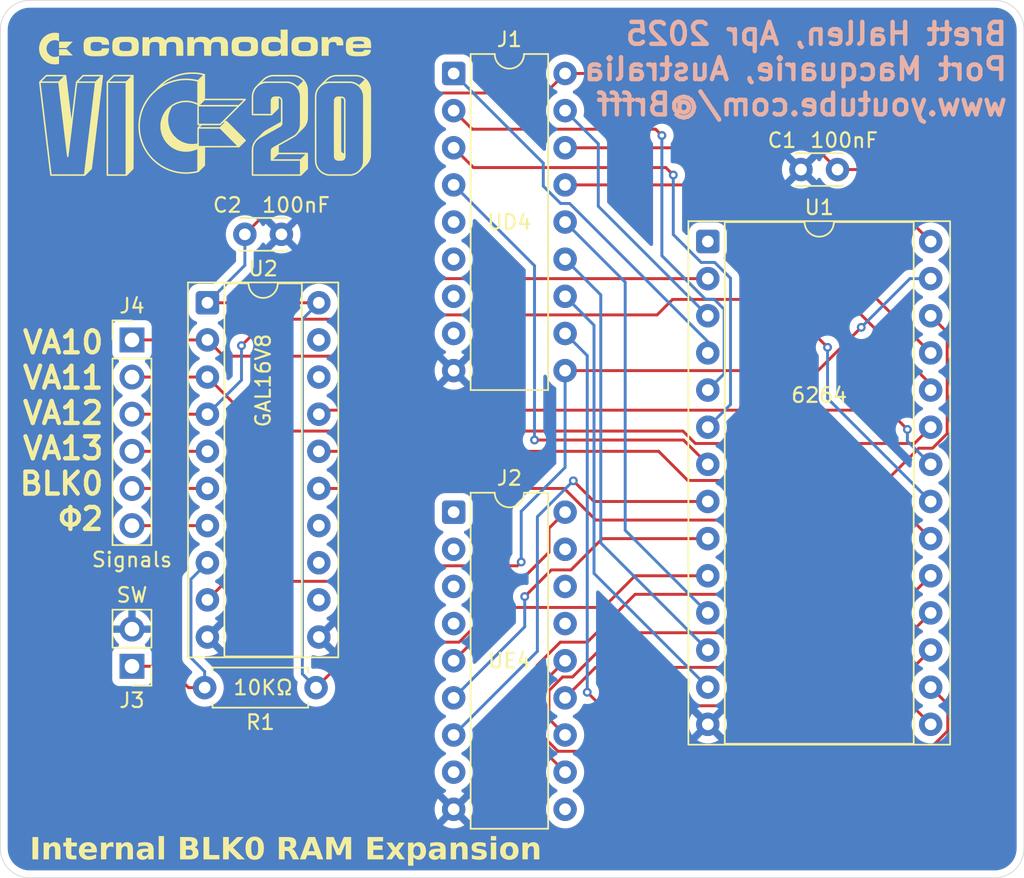
<source format=kicad_pcb>
(kicad_pcb (version 20241229) (generator "pcbnew") (generator_version "9.0")
  (layers (0 "F.Cu" signal) (2 "B.Cu" signal) (13 "F.Paste" user) (15 "B.Paste" user) (5 "F.SilkS" user "F.Silkscreen") (7 "B.SilkS" user "B.Silkscreen") (1 "F.Mask" user) (3 "B.Mask" user) (25 "Edge.Cuts" user))
  (net 0 "")
  (net 1 "+5V")
  (net 2 "GND")
  (net 3 "VA4")
  (net 4 "VA3")
  (net 5 "VA5")
  (net 6 "VA2")
  (net 7 "VA0")
  (net 8 "VA8")
  (net 9 "BD1")
  (net 10 "BD2")
  (net 11 "BD3")
  (net 12 "VA6")
  (net 14 "BD0")
  (net 15 "VA7")
  (net 16 "VR{slash}W")
  (net 17 "VA1")
  (net 18 "VA9")
  (net 19 "BD7")
  (net 20 "BD6")
  (net 25 "BD5")
  (net 28 "BD4")
  (net 32 "S")
  (net 33 "BLK0{slash}G2A")
  (net 34 "VA12")
  (net 35 "VA10")
  (net 36 "VA13{slash}G1")
  (net 37 "Φ2")
  (net 38 "VA11")
  (net 39 "~{CS1}")
  (net 40 "~{ΟΕ}")
  (net 41 "CS2")
  (footprint "Connector_PinHeader_2.54mm:PinHeader_1x06_P2.54mm_Vertical" (layer "F.Cu") (at 154.48 83.74)
    (property "Reference" "J4" (at 0 -2.33 0) (layer "F.SilkS"))
    (property "Value" "Signals" (at 0 15.03 0) (layer "F.SilkS"))
    (pad "1" thru_hole rect (at 0 0) (size 1.7 1.7) (drill 1) (layers "*.Cu" "*.Mask") (net 35 "VA10"))
    (pad "2" thru_hole oval (at 0 2.54) (size 1.7 1.7) (drill 1) (layers "*.Cu" "*.Mask") (net 38 "VA11"))
    (pad "3" thru_hole oval (at 0 5.08) (size 1.7 1.7) (drill 1) (layers "*.Cu" "*.Mask") (net 34 "VA12"))
    (pad "4" thru_hole oval (at 0 7.62) (size 1.7 1.7) (drill 1) (layers "*.Cu" "*.Mask") (net 36 "VA13{slash}G1"))
    (pad "5" thru_hole oval (at 0 10.16) (size 1.7 1.7) (drill 1) (layers "*.Cu" "*.Mask") (net 33 "BLK0{slash}G2A"))
    (pad "6" thru_hole oval (at 0 12.7) (size 1.7 1.7) (drill 1) (layers "*.Cu" "*.Mask") (net 37 "Φ2"))
  )
  (footprint "Connector_PinHeader_2.54mm:PinHeader_1x02_P2.54mm_Vertical" (layer "F.Cu") (at 154.48 106.06 180)
    (property "Reference" "J3" (at 0 -2.33 0) (layer "F.SilkS"))
    (property "Value" "SW" (at 0 4.87 0) (layer "F.SilkS"))
    (pad "1" thru_hole rect (at 0 0 180) (size 1.7 1.7) (drill 1) (layers "*.Cu" "*.Mask") (net 32 "S"))
    (pad "2" thru_hole oval (at 0 2.54 180) (size 1.7 1.7) (drill 1) (layers "*.Cu" "*.Mask") (net 2 "GND"))
  )
  (footprint "Package_DIP:DIP-18_W7.62mm" (layer "F.Cu") (at 176.48 95.52)
    (property "Reference" "J2" (at 3.81 -2.33 0) (layer "F.SilkS"))
    (property "Value" "UE4" (at 3.805 10.16 0) (layer "F.SilkS"))
    (pad "1" thru_hole roundrect (at 0 0) (size 1.6 1.6) (drill 0.8) (layers "*.Cu" "*.Mask") (roundrect_rratio 0.15625))
    (pad "2" thru_hole circle (at 0 2.54) (size 1.6 1.6) (drill 0.8) (layers "*.Cu" "*.Mask"))
    (pad "3" thru_hole circle (at 0 5.08) (size 1.6 1.6) (drill 0.8) (layers "*.Cu" "*.Mask"))
    (pad "4" thru_hole circle (at 0 7.62) (size 1.6 1.6) (drill 0.8) (layers "*.Cu" "*.Mask"))
    (pad "5" thru_hole circle (at 0 10.16) (size 1.6 1.6) (drill 0.8) (layers "*.Cu" "*.Mask") (net 7 "VA0"))
    (pad "6" thru_hole circle (at 0 12.7) (size 1.6 1.6) (drill 0.8) (layers "*.Cu" "*.Mask") (net 17 "VA1"))
    (pad "7" thru_hole circle (at 0 15.24) (size 1.6 1.6) (drill 0.8) (layers "*.Cu" "*.Mask") (net 6 "VA2"))
    (pad "8" thru_hole circle (at 0 17.78) (size 1.6 1.6) (drill 0.8) (layers "*.Cu" "*.Mask"))
    (pad "9" thru_hole circle (at 0 20.32) (size 1.6 1.6) (drill 0.8) (layers "*.Cu" "*.Mask") (net 2 "GND"))
    (pad "10" thru_hole circle (at 7.62 20.32) (size 1.6 1.6) (drill 0.8) (layers "*.Cu" "*.Mask"))
    (pad "11" thru_hole circle (at 7.62 17.78) (size 1.6 1.6) (drill 0.8) (layers "*.Cu" "*.Mask") (net 19 "BD7"))
    (pad "12" thru_hole circle (at 7.62 15.24) (size 1.6 1.6) (drill 0.8) (layers "*.Cu" "*.Mask") (net 20 "BD6"))
    (pad "13" thru_hole circle (at 7.62 12.7) (size 1.6 1.6) (drill 0.8) (layers "*.Cu" "*.Mask") (net 25 "BD5"))
    (pad "14" thru_hole circle (at 7.62 10.16) (size 1.6 1.6) (drill 0.8) (layers "*.Cu" "*.Mask") (net 28 "BD4"))
    (pad "15" thru_hole circle (at 7.62 7.62) (size 1.6 1.6) (drill 0.8) (layers "*.Cu" "*.Mask"))
    (pad "16" thru_hole circle (at 7.62 5.08) (size 1.6 1.6) (drill 0.8) (layers "*.Cu" "*.Mask"))
    (pad "17" thru_hole circle (at 7.62 2.54) (size 1.6 1.6) (drill 0.8) (layers "*.Cu" "*.Mask"))
    (pad "18" thru_hole circle (at 7.62 0) (size 1.6 1.6) (drill 0.8) (layers "*.Cu" "*.Mask") (net 1 "+5V"))
  )
  (footprint "Package_DIP:DIP-18_W7.62mm" (layer "F.Cu") (at 176.48 65.52)
    (property "Reference" "J1" (at 3.81 -2.33 0) (layer "F.SilkS"))
    (property "Value" "UD4" (at 3.805 10.16 0) (layer "F.SilkS"))
    (pad "1" thru_hole roundrect (at 0 0) (size 1.6 1.6) (drill 0.8) (layers "*.Cu" "*.Mask") (roundrect_rratio 0.15625) (net 12 "VA6"))
    (pad "2" thru_hole circle (at 0 2.54) (size 1.6 1.6) (drill 0.8) (layers "*.Cu" "*.Mask") (net 5 "VA5"))
    (pad "3" thru_hole circle (at 0 5.08) (size 1.6 1.6) (drill 0.8) (layers "*.Cu" "*.Mask") (net 3 "VA4"))
    (pad "4" thru_hole circle (at 0 7.62) (size 1.6 1.6) (drill 0.8) (layers "*.Cu" "*.Mask") (net 4 "VA3"))
    (pad "5" thru_hole circle (at 0 10.16) (size 1.6 1.6) (drill 0.8) (layers "*.Cu" "*.Mask"))
    (pad "6" thru_hole circle (at 0 12.7) (size 1.6 1.6) (drill 0.8) (layers "*.Cu" "*.Mask"))
    (pad "7" thru_hole circle (at 0 15.24) (size 1.6 1.6) (drill 0.8) (layers "*.Cu" "*.Mask"))
    (pad "8" thru_hole circle (at 0 17.78) (size 1.6 1.6) (drill 0.8) (layers "*.Cu" "*.Mask"))
    (pad "9" thru_hole circle (at 0 20.32) (size 1.6 1.6) (drill 0.8) (layers "*.Cu" "*.Mask") (net 2 "GND"))
    (pad "10" thru_hole circle (at 7.62 20.32) (size 1.6 1.6) (drill 0.8) (layers "*.Cu" "*.Mask") (net 16 "VR{slash}W"))
    (pad "11" thru_hole circle (at 7.62 17.78) (size 1.6 1.6) (drill 0.8) (layers "*.Cu" "*.Mask") (net 11 "BD3"))
    (pad "12" thru_hole circle (at 7.62 15.24) (size 1.6 1.6) (drill 0.8) (layers "*.Cu" "*.Mask") (net 10 "BD2"))
    (pad "13" thru_hole circle (at 7.62 12.7) (size 1.6 1.6) (drill 0.8) (layers "*.Cu" "*.Mask") (net 9 "BD1"))
    (pad "14" thru_hole circle (at 7.62 10.16) (size 1.6 1.6) (drill 0.8) (layers "*.Cu" "*.Mask") (net 14 "BD0"))
    (pad "15" thru_hole circle (at 7.62 7.62) (size 1.6 1.6) (drill 0.8) (layers "*.Cu" "*.Mask") (net 18 "VA9"))
    (pad "16" thru_hole circle (at 7.62 5.08) (size 1.6 1.6) (drill 0.8) (layers "*.Cu" "*.Mask") (net 8 "VA8"))
    (pad "17" thru_hole circle (at 7.62 2.54) (size 1.6 1.6) (drill 0.8) (layers "*.Cu" "*.Mask") (net 15 "VA7"))
    (pad "18" thru_hole circle (at 7.62 0) (size 1.6 1.6) (drill 0.8) (layers "*.Cu" "*.Mask") (net 1 "+5V"))
  )
  (footprint "Package_DIP:DIP-20_W7.62mm_Socket" (layer "F.Cu") (at 159.64 81.2)
    (property "Reference" "U2" (at 3.81 -2.33 0) (layer "F.SilkS"))
    (property "Value" "GAL16V8" (at 3.81 5.32 90) (layer "F.SilkS"))
    (pad "1" thru_hole roundrect (at 0 0) (size 1.6 1.6) (drill 0.8) (layers "*.Cu" "*.Mask") (roundrect_rratio 0.15625) (net 1 "+5V"))
    (pad "2" thru_hole circle (at 0 2.54) (size 1.6 1.6) (drill 0.8) (layers "*.Cu" "*.Mask") (net 35 "VA10"))
    (pad "3" thru_hole circle (at 0 5.08) (size 1.6 1.6) (drill 0.8) (layers "*.Cu" "*.Mask") (net 38 "VA11"))
    (pad "4" thru_hole circle (at 0 7.62) (size 1.6 1.6) (drill 0.8) (layers "*.Cu" "*.Mask") (net 34 "VA12"))
    (pad "5" thru_hole circle (at 0 10.16) (size 1.6 1.6) (drill 0.8) (layers "*.Cu" "*.Mask") (net 36 "VA13{slash}G1"))
    (pad "6" thru_hole circle (at 0 12.7) (size 1.6 1.6) (drill 0.8) (layers "*.Cu" "*.Mask") (net 33 "BLK0{slash}G2A"))
    (pad "7" thru_hole circle (at 0 15.24) (size 1.6 1.6) (drill 0.8) (layers "*.Cu" "*.Mask") (net 37 "Φ2"))
    (pad "8" thru_hole circle (at 0 17.78) (size 1.6 1.6) (drill 0.8) (layers "*.Cu" "*.Mask") (net 32 "S"))
    (pad "9" thru_hole circle (at 0 20.32) (size 1.6 1.6) (drill 0.8) (layers "*.Cu" "*.Mask") (net 16 "VR{slash}W"))
    (pad "10" thru_hole circle (at 0 22.86) (size 1.6 1.6) (drill 0.8) (layers "*.Cu" "*.Mask") (net 2 "GND"))
    (pad "11" thru_hole circle (at 7.62 22.86) (size 1.6 1.6) (drill 0.8) (layers "*.Cu" "*.Mask") (net 2 "GND"))
    (pad "12" thru_hole circle (at 7.62 20.32) (size 1.6 1.6) (drill 0.8) (layers "*.Cu" "*.Mask"))
    (pad "13" thru_hole circle (at 7.62 17.78) (size 1.6 1.6) (drill 0.8) (layers "*.Cu" "*.Mask"))
    (pad "14" thru_hole circle (at 7.62 15.24) (size 1.6 1.6) (drill 0.8) (layers "*.Cu" "*.Mask"))
    (pad "15" thru_hole circle (at 7.62 12.7) (size 1.6 1.6) (drill 0.8) (layers "*.Cu" "*.Mask") (net 39 "~{CS1}"))
    (pad "16" thru_hole circle (at 7.62 10.16) (size 1.6 1.6) (drill 0.8) (layers "*.Cu" "*.Mask") (net 41 "CS2"))
    (pad "17" thru_hole circle (at 7.62 7.62) (size 1.6 1.6) (drill 0.8) (layers "*.Cu" "*.Mask") (net 40 "~{ΟΕ}"))
    (pad "18" thru_hole circle (at 7.62 5.08) (size 1.6 1.6) (drill 0.8) (layers "*.Cu" "*.Mask"))
    (pad "19" thru_hole circle (at 7.62 2.54) (size 1.6 1.6) (drill 0.8) (layers "*.Cu" "*.Mask"))
    (pad "20" thru_hole circle (at 7.62 0) (size 1.6 1.6) (drill 0.8) (layers "*.Cu" "*.Mask") (net 1 "+5V"))
  )
  (footprint "Capacitor_THT:C_Disc_D3.0mm_W2.0mm_P2.50mm" (layer "F.Cu") (at 202.73 72.09 180)
    (property "Reference" "C1" (at 3.795652 2 0) (layer "F.SilkS"))
    (property "Value" "100nF" (at -0.454348 2 0) (layer "F.SilkS"))
    (pad "1" thru_hole circle (at 0 0 180) (size 1.6 1.6) (drill 0.8) (layers "*.Cu" "*.Mask") (net 1 "+5V"))
    (pad "2" thru_hole circle (at 2.5 0 180) (size 1.6 1.6) (drill 0.8) (layers "*.Cu" "*.Mask") (net 2 "GND"))
  )
  (footprint "Resistor_THT:R_Axial_DIN0207_L6.3mm_D2.5mm_P7.62mm_Horizontal" (layer "F.Cu") (at 167.07 107.52 180)
    (property "Reference" "R1" (at 3.81 -2.37 0) (layer "F.SilkS"))
    (property "Value" "10KΩ" (at 3.62 0 0) (layer "F.SilkS"))
    (pad "1" thru_hole circle (at 0 0 180) (size 1.6 1.6) (drill 0.8) (layers "*.Cu" "*.Mask") (net 1 "+5V"))
    (pad "2" thru_hole oval (at 7.62 0 180) (size 1.6 1.6) (drill 0.8) (layers "*.Cu" "*.Mask") (net 32 "S"))
  )
  (footprint "LOGO" (layer "F.Cu") (at 159.48 67.52)
    (property "Reference" "G***" (hide yes))
    (property "Value" "LOGO" (hide yes))
  )
  (footprint "Package_DIP:DIP-28_W15.24mm_Socket" (layer "F.Cu") (at 193.86 77.01)
    (property "Reference" "U1" (at 7.62 -2.33 0) (layer "F.SilkS"))
    (property "Value" "6264" (at 7.62 10.51 0) (layer "F.SilkS"))
    (pad "1" thru_hole roundrect (at 0 0) (size 1.6 1.6) (drill 0.8) (layers "*.Cu" "*.Mask") (roundrect_rratio 0.15625))
    (pad "2" thru_hole circle (at 0 2.54) (size 1.6 1.6) (drill 0.8) (layers "*.Cu" "*.Mask") (net 34 "VA12"))
    (pad "3" thru_hole circle (at 0 5.08) (size 1.6 1.6) (drill 0.8) (layers "*.Cu" "*.Mask") (net 15 "VA7"))
    (pad "4" thru_hole circle (at 0 7.62) (size 1.6 1.6) (drill 0.8) (layers "*.Cu" "*.Mask") (net 12 "VA6"))
    (pad "5" thru_hole circle (at 0 10.16) (size 1.6 1.6) (drill 0.8) (layers "*.Cu" "*.Mask") (net 5 "VA5"))
    (pad "6" thru_hole circle (at 0 12.7) (size 1.6 1.6) (drill 0.8) (layers "*.Cu" "*.Mask") (net 3 "VA4"))
    (pad "7" thru_hole circle (at 0 15.24) (size 1.6 1.6) (drill 0.8) (layers "*.Cu" "*.Mask") (net 4 "VA3"))
    (pad "8" thru_hole circle (at 0 17.78) (size 1.6 1.6) (drill 0.8) (layers "*.Cu" "*.Mask") (net 6 "VA2"))
    (pad "9" thru_hole circle (at 0 20.32) (size 1.6 1.6) (drill 0.8) (layers "*.Cu" "*.Mask") (net 17 "VA1"))
    (pad "10" thru_hole circle (at 0 22.86) (size 1.6 1.6) (drill 0.8) (layers "*.Cu" "*.Mask") (net 7 "VA0"))
    (pad "11" thru_hole circle (at 0 25.4) (size 1.6 1.6) (drill 0.8) (layers "*.Cu" "*.Mask") (net 14 "BD0"))
    (pad "12" thru_hole circle (at 0 27.94) (size 1.6 1.6) (drill 0.8) (layers "*.Cu" "*.Mask") (net 9 "BD1"))
    (pad "13" thru_hole circle (at 0 30.48) (size 1.6 1.6) (drill 0.8) (layers "*.Cu" "*.Mask") (net 10 "BD2"))
    (pad "14" thru_hole circle (at 0 33.02) (size 1.6 1.6) (drill 0.8) (layers "*.Cu" "*.Mask") (net 2 "GND"))
    (pad "15" thru_hole circle (at 15.24 33.02) (size 1.6 1.6) (drill 0.8) (layers "*.Cu" "*.Mask") (net 11 "BD3"))
    (pad "16" thru_hole circle (at 15.24 30.48) (size 1.6 1.6) (drill 0.8) (layers "*.Cu" "*.Mask") (net 28 "BD4"))
    (pad "17" thru_hole circle (at 15.24 27.94) (size 1.6 1.6) (drill 0.8) (layers "*.Cu" "*.Mask") (net 25 "BD5"))
    (pad "18" thru_hole circle (at 15.24 25.4) (size 1.6 1.6) (drill 0.8) (layers "*.Cu" "*.Mask") (net 20 "BD6"))
    (pad "19" thru_hole circle (at 15.24 22.86) (size 1.6 1.6) (drill 0.8) (layers "*.Cu" "*.Mask") (net 19 "BD7"))
    (pad "20" thru_hole circle (at 15.24 20.32) (size 1.6 1.6) (drill 0.8) (layers "*.Cu" "*.Mask") (net 39 "~{CS1}"))
    (pad "21" thru_hole circle (at 15.24 17.78) (size 1.6 1.6) (drill 0.8) (layers "*.Cu" "*.Mask") (net 35 "VA10"))
    (pad "22" thru_hole circle (at 15.24 15.24) (size 1.6 1.6) (drill 0.8) (layers "*.Cu" "*.Mask") (net 40 "~{ΟΕ}"))
    (pad "23" thru_hole circle (at 15.24 12.7) (size 1.6 1.6) (drill 0.8) (layers "*.Cu" "*.Mask") (net 38 "VA11"))
    (pad "24" thru_hole circle (at 15.24 10.16) (size 1.6 1.6) (drill 0.8) (layers "*.Cu" "*.Mask") (net 18 "VA9"))
    (pad "25" thru_hole circle (at 15.24 7.62) (size 1.6 1.6) (drill 0.8) (layers "*.Cu" "*.Mask") (net 8 "VA8"))
    (pad "26" thru_hole circle (at 15.24 5.08) (size 1.6 1.6) (drill 0.8) (layers "*.Cu" "*.Mask") (net 41 "CS2"))
    (pad "27" thru_hole circle (at 15.24 2.54) (size 1.6 1.6) (drill 0.8) (layers "*.Cu" "*.Mask") (net 16 "VR{slash}W"))
    (pad "28" thru_hole circle (at 15.24 0) (size 1.6 1.6) (drill 0.8) (layers "*.Cu" "*.Mask") (net 1 "+5V"))
  )
  (footprint "Capacitor_THT:C_Disc_D3.0mm_W2.0mm_P2.50mm" (layer "F.Cu") (at 162.2 76.52)
    (property "Reference" "C2" (at -1.2 -2 0) (layer "F.SilkS"))
    (property "Value" "100nF" (at 3.5 -2 0) (layer "F.SilkS"))
    (pad "1" thru_hole circle (at 0 0) (size 1.6 1.6) (drill 0.8) (layers "*.Cu" "*.Mask") (net 1 "+5V"))
    (pad "2" thru_hole circle (at 2.5 0) (size 1.6 1.6) (drill 0.8) (layers "*.Cu" "*.Mask") (net 2 "GND"))
  )
  (gr_arc (start 215.48 118.52) (mid 214.894214 119.934214) (end 213.48 120.52) (stroke (width 0.05)) (layer "Edge.Cuts"))
  (gr_line (start 147.48 60.52) (end 213.48 60.52) (stroke (width 0.05)) (layer "Edge.Cuts"))
  (gr_arc (start 213.48 60.52) (mid 214.894214 61.105786) (end 215.48 62.52) (stroke (width 0.05)) (layer "Edge.Cuts"))
  (gr_line (start 145.48 118.52) (end 145.48 62.52) (stroke (width 0.05)) (layer "Edge.Cuts"))
  (gr_arc (start 147.48 120.52) (mid 146.065786 119.934214) (end 145.48 118.52) (stroke (width 0.05)) (layer "Edge.Cuts"))
  (gr_arc (start 145.48 62.52) (mid 146.065786 61.105786) (end 147.48 60.52) (stroke (width 0.05)) (layer "Edge.Cuts"))
  (gr_line (start 213.48 120.52) (end 147.48 120.52) (stroke (width 0.05)) (layer "Edge.Cuts"))
  (gr_line (start 215.48 62.52) (end 215.48 118.52) (stroke (width 0.05)) (layer "Edge.Cuts"))
  (gr_text "Internal BLK0 RAM Expansion" (at 147.48 119.52 0) (layer "F.SilkS") (effects (font (size 1.5 1.5) (thickness 0.3) (bold yes)) (justify left bottom)))
  (gr_text "VA10\nVA11\nVA12\nVA13\nBLK0\nΦ2" (at 152.68 96.862974 0) (layer "F.SilkS") (effects (font (size 1.5 1.5) (thickness 0.3) (bold yes)) (justify right bottom)))
  (gr_text "Brett Hallen, Apr 2025\nPort Macquarie, Australia\nwww.youtube.com/@Brfff" (at 214.48 68.52 0) (layer "B.SilkS") (effects (font (size 1.5 1.5) (thickness 0.3) (bold yes)) (justify left bottom mirror)))
  (segment (start 202.73 72.09) (end 204.18 72.09) (width 0.2) (layer "F.Cu") (net 1))
  (segment (start 182.9983 98.2645) (end 176.8528 104.41) (width 0.2) (layer "F.Cu") (net 1))
  (segment (start 171.866 66.854) (end 162.2 76.52) (width 0.2) (layer "F.Cu") (net 1))
  (segment (start 167.26 81.2) (end 159.64 81.2) (width 0.2) (layer "F.Cu") (net 1))
  (segment (start 184.1 65.52) (end 196.16 65.52) (width 0.2) (layer "F.Cu") (net 1))
  (segment (start 176.8528 104.41) (end 170.18 104.41) (width 0.2) (layer "F.Cu") (net 1))
  (segment (start 182.766 66.854) (end 171.866 66.854) (width 0.2) (layer "F.Cu") (net 1))
  (segment (start 204.18 72.09) (end 209.1 77.01) (width 0.2) (layer "F.Cu") (net 1))
  (segment (start 184.1 95.52) (end 182.9983 96.6217) (width 0.2) (layer "F.Cu") (net 1))
  (segment (start 170.18 104.41) (end 167.07 107.52) (width 0.2) (layer "F.Cu") (net 1))
  (segment (start 196.16 65.52) (end 202.73 72.09) (width 0.2) (layer "F.Cu") (net 1))
  (segment (start 184.1 65.52) (end 182.766 66.854) (width 0.2) (layer "F.Cu") (net 1))
  (segment (start 182.9983 96.6217) (end 182.9983 98.2645) (width 0.2) (layer "F.Cu") (net 1))
  (segment (start 162.2 78.64) (end 159.64 81.2) (width 0.2) (layer "B.Cu") (net 1))
  (segment (start 162.2 76.52) (end 162.2 78.64) (width 0.2) (layer "B.Cu") (net 1))
  (segment (start 167.07 107.52) (end 166.1326 106.5826) (width 0.2) (layer "B.Cu") (net 1))
  (segment (start 166.1326 82.3274) (end 167.26 81.2) (width 0.2) (layer "B.Cu") (net 1))
  (segment (start 166.1326 106.5826) (end 166.1326 82.3274) (width 0.2) (layer "B.Cu") (net 1))
  (segment (start 191.4988 72.463) (end 190.9908 71.955) (width 0.2) (layer "F.Cu") (net 3))
  (segment (start 190.9908 71.955) (end 177.835 71.955) (width 0.2) (layer "F.Cu") (net 3))
  (segment (start 177.835 71.955) (end 176.48 70.6) (width 0.2) (layer "F.Cu") (net 3))
  (via (at 191.4988 72.463) (size 0.6) (drill 0.3) (layers "F.Cu" "B.Cu") (net 3))
  (segment (start 193.4035 78.4417) (end 191.4988 76.537) (width 0.2) (layer "B.Cu") (net 3))
  (segment (start 193.86 89.71) (end 195.4125 88.1575) (width 0.2) (layer "B.Cu") (net 3))
  (segment (start 195.4125 88.1575) (end 195.4125 79.5208) (width 0.2) (layer "B.Cu") (net 3))
  (segment (start 191.4988 76.537) (end 191.4988 72.463) (width 0.2) (layer "B.Cu") (net 3))
  (segment (start 195.4125 79.5208) (end 194.3334 78.4417) (width 0.2) (layer "B.Cu") (net 3))
  (segment (start 194.3334 78.4417) (end 193.4035 78.4417) (width 0.2) (layer "B.Cu") (net 3))
  (segment (start 192.1968 90.5868) (end 182.0081 90.5868) (width 0.2) (layer "F.Cu") (net 4))
  (segment (start 193.86 92.25) (end 192.1968 90.5868) (width 0.2) (layer "F.Cu") (net 4))
  (via (at 182.0081 90.5868) (size 0.6) (drill 0.3) (layers "F.Cu" "B.Cu") (net 4))
  (segment (start 176.48 73.14) (end 182.0081 78.6681) (width 0.2) (layer "B.Cu") (net 4))
  (segment (start 182.0081 78.6681) (end 182.0081 90.5868) (width 0.2) (layer "B.Cu") (net 4))
  (segment (start 177.75 69.33) (end 176.48 68.06) (width 0.2) (layer "F.Cu") (net 5))
  (segment (start 190.2878 69.33) (end 177.75 69.33) (width 0.2) (layer "F.Cu") (net 5))
  (segment (start 190.7175 69.7597) (end 190.2878 69.33) (width 0.2) (layer "F.Cu") (net 5))
  (via (at 190.7175 69.7597) (size 0.6) (drill 0.3) (layers "F.Cu" "B.Cu") (net 5))
  (segment (start 194.9799 86.0501) (end 194.9799 81.6465) (width 0.2) (layer "B.Cu") (net 5))
  (segment (start 190.7175 77.9806) (end 190.7175 69.7597) (width 0.2) (layer "B.Cu") (net 5))
  (segment (start 194.9799 81.6465) (end 194.2949 80.9615) (width 0.2) (layer "B.Cu") (net 5))
  (segment (start 194.2949 80.9615) (end 193.6984 80.9615) (width 0.2) (layer "B.Cu") (net 5))
  (segment (start 193.6984 80.9615) (end 190.7175 77.9806) (width 0.2) (layer "B.Cu") (net 5))
  (segment (start 193.86 87.17) (end 194.9799 86.0501) (width 0.2) (layer "B.Cu") (net 5))
  (segment (start 193.86 94.79) (end 186.0764 94.79) (width 0.2) (layer "F.Cu") (net 6))
  (segment (start 186.0764 94.79) (end 184.6615 93.3751) (width 0.2) (layer "F.Cu") (net 6))
  (via (at 184.6615 93.3751) (size 0.6) (drill 0.3) (layers "F.Cu" "B.Cu") (net 6))
  (segment (start 182.2041 105.0359) (end 182.2041 95.8325) (width 0.2) (layer "B.Cu") (net 6))
  (segment (start 176.48 110.76) (end 182.2041 105.0359) (width 0.2) (layer "B.Cu") (net 6))
  (segment (start 182.2041 95.8325) (end 184.6615 93.3751) (width 0.2) (layer "B.Cu") (net 6))
  (segment (start 180.1217 102.0383) (end 186.7175 102.0383) (width 0.2) (layer "F.Cu") (net 7))
  (segment (start 186.7175 102.0383) (end 188.8858 99.87) (width 0.2) (layer "F.Cu") (net 7))
  (segment (start 188.8858 99.87) (end 193.86 99.87) (width 0.2) (layer "F.Cu") (net 7))
  (segment (start 176.48 105.68) (end 180.1217 102.0383) (width 0.2) (layer "F.Cu") (net 7))
  (segment (start 184.1 70.6) (end 195.07 70.6) (width 0.2) (layer "F.Cu") (net 8))
  (segment (start 195.07 70.6) (end 209.1 84.63) (width 0.2) (layer "F.Cu") (net 8))
  (segment (start 186.5393 80.6593) (end 184.1 78.22) (width 0.2) (layer "B.Cu") (net 9))
  (segment (start 186.5393 97.6293) (end 186.5393 80.6593) (width 0.2) (layer "B.Cu") (net 9))
  (segment (start 193.86 104.95) (end 186.5393 97.6293) (width 0.2) (layer "B.Cu") (net 9))
  (segment (start 186.0772 99.7072) (end 193.86 107.49) (width 0.2) (layer "B.Cu") (net 10))
  (segment (start 184.1 80.76) (end 186.0772 82.7372) (width 0.2) (layer "B.Cu") (net 10))
  (segment (start 186.0772 82.7372) (end 186.0772 99.7072) (width 0.2) (layer "B.Cu") (net 10))
  (segment (start 209.1 110.03) (end 207.83 108.76) (width 0.2) (layer "F.Cu") (net 11))
  (segment (start 207.83 108.76) (end 186.5375 108.76) (width 0.2) (layer "F.Cu") (net 11))
  (segment (start 186.5375 108.76) (end 185.615 107.8375) (width 0.2) (layer "F.Cu") (net 11))
  (via (at 185.615 107.8375) (size 0.6) (drill 0.3) (layers "F.Cu" "B.Cu") (net 11))
  (segment (start 184.1 83.3) (end 185.615 84.815) (width 0.2) (layer "B.Cu") (net 11))
  (segment (start 185.615 84.815) (end 185.615 107.8375) (width 0.2) (layer "B.Cu") (net 11))
  (segment (start 193.86 83.8579) (end 193.86 84.63) (width 0.2) (layer "B.Cu") (net 12))
  (segment (start 182.6092 71.6492) (end 182.6092 73.2202) (width 0.2) (layer "B.Cu") (net 12))
  (segment (start 183.799 74.41) (end 184.4121 74.41) (width 0.2) (layer "B.Cu") (net 12))
  (segment (start 184.4121 74.41) (end 193.86 83.8579) (width 0.2) (layer "B.Cu") (net 12))
  (segment (start 176.48 65.52) (end 182.6092 71.6492) (width 0.2) (layer "B.Cu") (net 12))
  (segment (start 182.6092 73.2202) (end 183.799 74.41) (width 0.2) (layer "B.Cu") (net 12))
  (segment (start 188.21 79.79) (end 184.1 75.68) (width 0.2) (layer "B.Cu") (net 14))
  (segment (start 188.21 96.76) (end 188.21 79.79) (width 0.2) (layer "B.Cu") (net 14))
  (segment (start 193.86 102.41) (end 188.21 96.76) (width 0.2) (layer "B.Cu") (net 14))
  (segment (start 186.3702 74.6002) (end 193.86 82.09) (width 0.2) (layer "B.Cu") (net 15))
  (segment (start 184.1 68.06) (end 186.3702 70.3302) (width 0.2) (layer "B.Cu") (net 15))
  (segment (start 186.3702 70.3302) (end 186.3702 74.6002) (width 0.2) (layer "B.Cu") (net 15))
  (segment (start 172.5417 99.1884) (end 171.4801 100.25) (width 0.2) (layer "F.Cu") (net 16))
  (segment (start 160.91 100.25) (end 159.64 101.52) (width 0.2) (layer "F.Cu") (net 16))
  (segment (start 204.3531 82.8798) (end 201.3929 85.84) (width 0.2) (layer "F.Cu") (net 16))
  (segment (start 181.1001 98.9278) (end 180.8395 99.1884) (width 0.2) (layer "F.Cu") (net 16))
  (segment (start 180.8395 99.1884) (end 172.5417 99.1884) (width 0.2) (layer "F.Cu") (net 16))
  (segment (start 201.3929 85.84) (end 184.1 85.84) (width 0.2) (layer "F.Cu") (net 16))
  (segment (start 171.4801 100.25) (end 160.91 100.25) (width 0.2) (layer "F.Cu") (net 16))
  (via (at 204.3531 82.8798) (size 0.6) (drill 0.3) (layers "F.Cu" "B.Cu") (net 16))
  (via (at 181.1001 98.9278) (size 0.6) (drill 0.3) (layers "F.Cu" "B.Cu") (net 16))
  (segment (start 207.6829 79.55) (end 204.3531 82.8798) (width 0.2) (layer "B.Cu") (net 16))
  (segment (start 184.1 92.4634) (end 181.1001 95.4633) (width 0.2) (layer "B.Cu") (net 16))
  (segment (start 184.1 85.84) (end 184.1 92.4634) (width 0.2) (layer "B.Cu") (net 16))
  (segment (start 181.1001 95.4633) (end 181.1001 98.9278) (width 0.2) (layer "B.Cu") (net 16))
  (segment (start 209.1 79.55) (end 207.6829 79.55) (width 0.2) (layer "B.Cu") (net 16))
  (segment (start 183.1607 99.4698) (end 184.5002 99.4698) (width 0.2) (layer "F.Cu") (net 17))
  (segment (start 181.3384 101.2921) (end 183.1607 99.4698) (width 0.2) (layer "F.Cu") (net 17))
  (segment (start 184.5002 99.4698) (end 186.64 97.33) (width 0.2) (layer "F.Cu") (net 17))
  (segment (start 186.64 97.33) (end 193.86 97.33) (width 0.2) (layer "F.Cu") (net 17))
  (via (at 181.3384 101.2921) (size 0.6) (drill 0.3) (layers "F.Cu" "B.Cu") (net 17))
  (segment (start 176.48 108.22) (end 181.3384 103.3616) (width 0.2) (layer "B.Cu") (net 17))
  (segment (start 181.3384 103.3616) (end 181.3384 101.2921) (width 0.2) (layer "B.Cu") (net 17))
  (segment (start 195.4642 73.14) (end 184.1 73.14) (width 0.2) (layer "F.Cu") (net 18))
  (segment (start 209.1 87.17) (end 209.1 86.7758) (width 0.2) (layer "F.Cu") (net 18))
  (segment (start 209.1 86.7758) (end 195.4642 73.14) (width 0.2) (layer "F.Cu") (net 18))
  (segment (start 185.6162 104.41) (end 183.7726 104.41) (width 0.2) (layer "F.Cu") (net 19))
  (segment (start 207.83 101.14) (end 188.8862 101.14) (width 0.2) (layer "F.Cu") (net 19))
  (segment (start 182.1918 105.9908) (end 182.1918 111.3918) (width 0.2) (layer "F.Cu") (net 19))
  (segment (start 183.7726 104.41) (end 182.1918 105.9908) (width 0.2) (layer "F.Cu") (net 19))
  (segment (start 182.1918 111.3918) (end 184.1 113.3) (width 0.2) (layer "F.Cu") (net 19))
  (segment (start 188.8862 101.14) (end 185.6162 104.41) (width 0.2) (layer "F.Cu") (net 19))
  (segment (start 209.1 99.87) (end 207.83 101.14) (width 0.2) (layer "F.Cu") (net 19))
  (segment (start 182.9952 107.7238) (end 183.9288 106.7902) (width 0.2) (layer "F.Cu") (net 20))
  (segment (start 184.1 110.76) (end 182.9952 109.6552) (width 0.2) (layer "F.Cu") (net 20))
  (segment (start 184.6108 106.7902) (end 187.636 103.765) (width 0.2) (layer "F.Cu") (net 20))
  (segment (start 183.9288 106.7902) (end 184.6108 106.7902) (width 0.2) (layer "F.Cu") (net 20))
  (segment (start 182.9952 109.6552) (end 182.9952 107.7238) (width 0.2) (layer "F.Cu") (net 20))
  (segment (start 207.745 103.765) (end 209.1 102.41) (width 0.2) (layer "F.Cu") (net 20))
  (segment (start 187.636 103.765) (end 207.745 103.765) (width 0.2) (layer "F.Cu") (net 20))
  (segment (start 186.185 106.135) (end 207.915 106.135) (width 0.2) (layer "F.Cu") (net 25))
  (segment (start 184.1 108.22) (end 186.185 106.135) (width 0.2) (layer "F.Cu") (net 25))
  (segment (start 207.915 106.135) (end 209.1 104.95) (width 0.2) (layer "F.Cu") (net 25))
  (segment (start 210.2698 108.6598) (end 209.1 107.49) (width 0.2) (layer "F.Cu") (net 28))
  (segment (start 210.2698 110.4746) (end 210.2698 108.6598) (width 0.2) (layer "F.Cu") (net 28))
  (segment (start 183.6076 111.8725) (end 208.8719 111.8725) (width 0.2) (layer "F.Cu") (net 28))
  (segment (start 184.1 105.68) (end 182.5935 107.1865) (width 0.2) (layer "F.Cu") (net 28))
  (segment (start 208.8719 111.8725) (end 210.2698 110.4746) (width 0.2) (layer "F.Cu") (net 28))
  (segment (start 182.5935 110.8584) (end 183.6076 111.8725) (width 0.2) (layer "F.Cu") (net 28))
  (segment (start 182.5935 107.1865) (end 182.5935 110.8584) (width 0.2) (layer "F.Cu") (net 28))
  (segment (start 154.48 106.06) (end 156.8883 106.06) (width 0.2) (layer "F.Cu") (net 32))
  (segment (start 156.8883 106.06) (end 158.3483 107.52) (width 0.2) (layer "F.Cu") (net 32))
  (segment (start 159.45 107.52) (end 158.3483 107.52) (width 0.2) (layer "F.Cu") (net 32))
  (segment (start 158.5126 105.4809) (end 158.5126 100.1074) (width 0.2) (layer "B.Cu") (net 32))
  (segment (start 159.45 107.52) (end 159.45 106.4183) (width 0.2) (layer "B.Cu") (net 32))
  (segment (start 158.5126 100.1074) (end 159.64 98.98) (width 0.2) (layer "B.Cu") (net 32))
  (segment (start 159.45 106.4183) (end 158.5126 105.4809) (width 0.2) (layer "B.Cu") (net 32))
  (segment (start 154.48 93.9) (end 159.64 93.9) (width 0.2) (layer "F.Cu") (net 33))
  (segment (start 174.3698 79.55) (end 193.86 79.55) (width 0.2) (layer "F.Cu") (net 34))
  (segment (start 163.7764 82.325) (end 171.5948 82.325) (width 0.2) (layer "F.Cu") (net 34))
  (segment (start 171.5948 82.325) (end 174.3698 79.55) (width 0.2) (layer "F.Cu") (net 34))
  (segment (start 161.97 84.1314) (end 163.7764 82.325) (width 0.2) (layer "F.Cu") (net 34))
  (segment (start 154.48 88.82) (end 159.64 88.82) (width 0.2) (layer "F.Cu") (net 34))
  (via (at 161.97 84.1314) (size 0.6) (drill 0.3) (layers "F.Cu" "B.Cu") (net 34))
  (segment (start 161.97 86.49) (end 161.97 84.1314) (width 0.2) (layer "B.Cu") (net 34))
  (segment (start 159.64 88.82) (end 161.97 86.49) (width 0.2) (layer "B.Cu") (net 34))
  (segment (start 160.7512 84.8512) (end 171.9543 84.8512) (width 0.2) (layer "F.Cu") (net 35))
  (segment (start 154.48 83.74) (end 159.64 83.74) (width 0.2) (layer "F.Cu") (net 35))
  (segment (start 159.64 83.74) (end 160.7512 84.8512) (width 0.2) (layer "F.Cu") (net 35))
  (segment (start 190.3905 82.03) (end 191.4493 80.9712) (width 0.2) (layer "F.Cu") (net 35))
  (segment (start 191.4493 80.9712) (end 198.7715 80.9712) (width 0.2) (layer "F.Cu") (net 35))
  (segment (start 171.9543 84.8512) (end 174.7755 82.03) (width 0.2) (layer "F.Cu") (net 35))
  (segment (start 198.7715 80.9712) (end 202.0484 84.2481) (width 0.2) (layer "F.Cu") (net 35))
  (segment (start 174.7755 82.03) (end 190.3905 82.03) (width 0.2) (layer "F.Cu") (net 35))
  (via (at 202.0484 84.2481) (size 0.6) (drill 0.3) (layers "F.Cu" "B.Cu") (net 35))
  (segment (start 202.0484 84.2481) (end 202.0484 87.7384) (width 0.2) (layer "B.Cu") (net 35))
  (segment (start 202.0484 87.7384) (end 209.1 94.79) (width 0.2) (layer "B.Cu") (net 35))
  (segment (start 154.48 91.36) (end 159.64 91.36) (width 0.2) (layer "F.Cu") (net 36))
  (segment (start 154.48 96.44) (end 159.64 96.44) (width 0.2) (layer "F.Cu") (net 37))
  (segment (start 207.9866 90.8234) (end 209.1 89.71) (width 0.2) (layer "F.Cu") (net 38))
  (segment (start 192.1586 89.9737) (end 193.0083 90.8234) (width 0.2) (layer "F.Cu") (net 38))
  (segment (start 159.64 86.28) (end 163.3337 89.9737) (width 0.2) (layer "F.Cu") (net 38))
  (segment (start 193.0083 90.8234) (end 207.9866 90.8234) (width 0.2) (layer "F.Cu") (net 38))
  (segment (start 163.3337 89.9737) (end 192.1586 89.9737) (width 0.2) (layer "F.Cu") (net 38))
  (segment (start 154.48 86.28) (end 159.64 86.28) (width 0.2) (layer "F.Cu") (net 38))
  (segment (start 209.1 97.33) (end 207.83 96.06) (width 0.2) (layer "F.Cu") (net 39))
  (segment (start 186.1981 96.06) (end 184.0381 93.9) (width 0.2) (layer "F.Cu") (net 39))
  (segment (start 207.83 96.06) (end 186.1981 96.06) (width 0.2) (layer "F.Cu") (net 39))
  (segment (start 184.0381 93.9) (end 167.26 93.9) (width 0.2) (layer "F.Cu") (net 39))
  (segment (start 207.5082 89.8605) (end 206.1935 88.5458) (width 0.2) (layer "F.Cu") (net 40))
  (segment (start 206.1935 88.5458) (end 167.5342 88.5458) (width 0.2) (layer "F.Cu") (net 40))
  (segment (start 167.5342 88.5458) (end 167.26 88.82) (width 0.2) (layer "F.Cu") (net 40))
  (via (at 207.5082 89.8605) (size 0.6) (drill 0.3) (layers "F.Cu" "B.Cu") (net 40))
  (segment (start 209.1 92.25) (end 207.5082 90.6582) (width 0.2) (layer "B.Cu") (net 40))
  (segment (start 207.5082 90.6582) (end 207.5082 89.8605) (width 0.2) (layer "B.Cu") (net 40))
  (segment (start 209.1 82.09) (end 210.2306 83.2206) (width 0.2) (layer "F.Cu") (net 41))
  (segment (start 210.2306 83.2206) (end 210.2306 90.1445) (width 0.2) (layer "F.Cu") (net 41))
  (segment (start 208.2855 91.1483) (end 206.0821 93.3517) (width 0.2) (layer "F.Cu") (net 41))
  (segment (start 209.2268 91.1483) (end 208.2855 91.1483) (width 0.2) (layer "F.Cu") (net 41))
  (segment (start 192.4924 93.3517) (end 190.5007 91.36) (width 0.2) (layer "F.Cu") (net 41))
  (segment (start 210.2306 90.1445) (end 209.2268 91.1483) (width 0.2) (layer "F.Cu") (net 41))
  (segment (start 190.5007 91.36) (end 167.26 91.36) (width 0.2) (layer "F.Cu") (net 41))
  (segment (start 206.0821 93.3517) (end 192.4924 93.3517) (width 0.2) (layer "F.Cu") (net 41))
  (zone (net 2) (net_name "GND") (layer "B.Cu") (connect_pads (clearance 0.5)) (min_thickness 0.25) (fill yes (thermal_gap 0.5) (thermal_bridge_width 0.5))
    (polygon (pts (xy 145.48 60.52) (xy 215.48 60.52) (xy 215.48 120.52) (xy 145.48 120.52)))
  )
)
</source>
